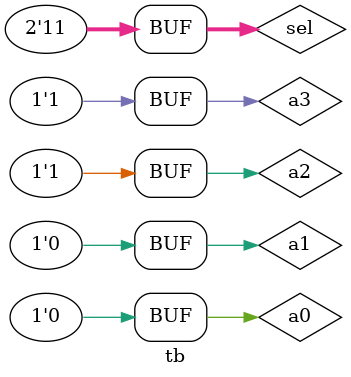
<source format=v>

module mux4to1(a0,a1,a2,a3,sel,y);
  input wire a0,a1,a2,a3;
  input wire [1:0]sel;
  output reg y;
  always@(*)
    begin
      case({sel})
        2'b00:y=a0;
        2'b01:y=a1;
        2'b10:y=a2;
        2'b11:y=a3;
        
      endcase
    end
endmodule     


///TESTBENCH:-
module tb;
  reg a0,a1,a2,a3;
  reg [1:0]sel;
  wire y;
  mux4to1 dut(.a0(a0),.a1(a1),.a2(a2),.a3(a3),.sel(sel),.y(y));
  initial
    begin
$monitor($time,"a0=%0b,a1=%0b,a2=%0b,a3=%0b,sel=%0b,y=%0b",a0,a1,a2,a3,sel,y);
      #10   sel=2'b00;
      a0=1'b1;
      a1=1'b0;
      a2=1'b0;
      a3=1'b0;
      #10   sel=2'b01;
      a0=1'b0;
      a1=1'b1;
      a2=1'b0;
a3=1'b0;
      #10   sel=2'b10;
      a0=1'b0;
      a1=1'b0;
      a2=1'b1;
      a3=1'b0;
      #10   sel=2'b11;
      a0=1'b0;
      a1=1'b0;
      a2=1'b0;
      a3=1'b1;
       #10   sel=2'b11;
      a0=1'b0;   a1=1'b0;   a2=1'b1;   a3=1'b1;
    end
  initial
    begin
  $dumpfile("dump.vcd");
  $dumpvars(1);
  end
endmodule

</source>
